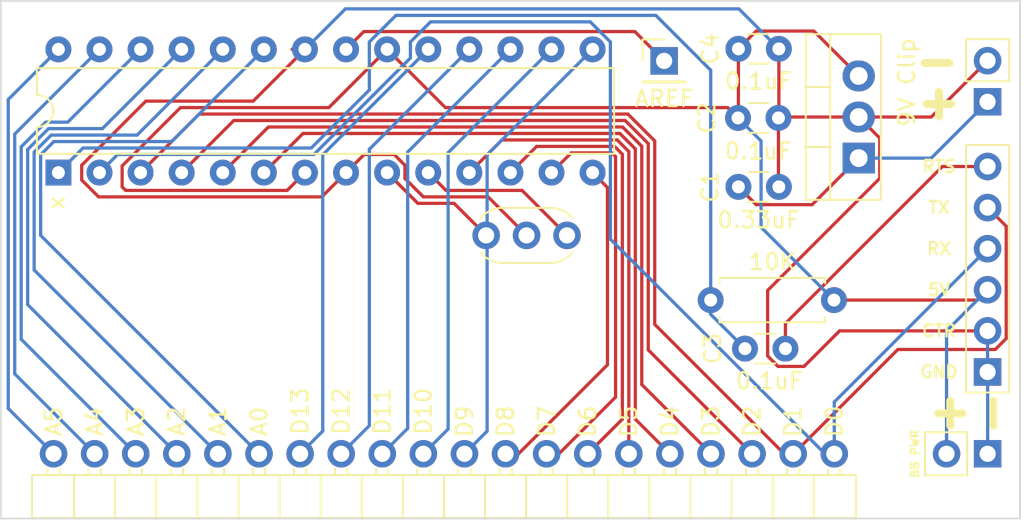
<source format=kicad_pcb>
(kicad_pcb (version 20240108) (generator "pcbnew") (generator_version "8.0")
  (layers (0 "F.Cu" signal) (31 "B.Cu" signal) (34 "B.Paste" user) (35 "F.Paste" user) (36 "B.SilkS" user "B.Silkscreen") (37 "F.SilkS" user "F.Silkscreen") (38 "B.Mask" user) (39 "F.Mask" user) (44 "Edge.Cuts" user))
  (net 0 "")
  (net 1 "+9V")
  (net 2 "GND")
  (net 3 "+5V")
  (net 4 "/DTR")
  (net 5 "Net-(U2-~{RESET}{slash}PC6)")
  (net 6 "/D1")
  (net 7 "/D0")
  (net 8 "Net-(J3-Pin_1)")
  (net 9 "/D13")
  (net 10 "/A1")
  (net 11 "/D2")
  (net 12 "/A5")
  (net 13 "/A2")
  (net 14 "/D3")
  (net 15 "/D11")
  (net 16 "/D8")
  (net 17 "/D10")
  (net 18 "/D7")
  (net 19 "/D6")
  (net 20 "/A4")
  (net 21 "/D5")
  (net 22 "/A3")
  (net 23 "/D9")
  (net 24 "/D12")
  (net 25 "/D4")
  (net 26 "/A0")
  (net 27 "Net-(U2-XTAL1{slash}PB6)")
  (net 28 "Net-(U2-XTAL2{slash}PB7)")
  (footprint "05833:FTDI_1x06_P2.54mm_Vertical" (layer "F.Cu") (at 104.995541 72.442744 180)
    (property "Reference" "J2" (hide yes))
    (property "Value" "FTDI")
    (fp_line (start 1.33 -1.27) (end 1.33 14.03) (stroke (width 0.12)) (layer "F.SilkS"))
    (fp_line (start -1.33 14.03) (end 1.33 14.03) (stroke (width 0.12)) (layer "F.SilkS"))
    (fp_line (start -1.33 -1.27) (end 1.33 -1.27) (stroke (width 0.12)) (layer "F.SilkS"))
    (fp_line (start -1.33 -1.27) (end -1.33 14.03) (stroke (width 0.12)) (layer "F.SilkS"))
    (fp_text user "GND" (at 3 0 180) (layer "F.SilkS") (effects (font (size 0.75 0.75))))
    (fp_text user "CTR" (at 3 2.54 180) (layer "F.SilkS") (effects (font (size 0.75 0.75))))
    (fp_text user "TX" (at 3 10.16 180) (layer "F.SilkS") (effects (font (size 0.75 0.75))))
    (fp_text user "RX" (at 3 7.62 180) (layer "F.SilkS") (effects (font (size 0.75 0.75))))
    (fp_text user "RTS" (at 3 12.7 180) (layer "F.SilkS") (effects (font (size 0.75 0.75))))
    (fp_text user "5V" (at 3 5.08 180) (layer "F.SilkS") (effects (font (size 0.75 0.75))))
    (pad "1" thru_hole rect (at 0 0 180) (size 1.7 1.7) (drill 1) (layers "*.Cu" "*.Mask") (net 2 "GND"))
    (pad "2" thru_hole oval (at 0 2.54 180) (size 1.7 1.7) (drill 1) (layers "*.Cu" "*.Mask") (net 2 "GND"))
    (pad "3" thru_hole oval (at 0 5.08 180) (size 1.7 1.7) (drill 1) (layers "*.Cu" "*.Mask") (net 3 "+5V"))
    (pad "4" thru_hole oval (at 0 7.62 180) (size 1.7 1.7) (drill 1) (layers "*.Cu" "*.Mask") (net 7 "/D0"))
    (pad "5" thru_hole oval (at 0 10.16 180) (size 1.7 1.7) (drill 1) (layers "*.Cu" "*.Mask") (net 6 "/D1"))
    (pad "6" thru_hole oval (at 0 12.7 180) (size 1.7 1.7) (drill 1) (layers "*.Cu" "*.Mask") (net 4 "/DTR"))
  )
  (footprint "05833:BB_PowerRails" (layer "F.Cu") (at 105 77.5 -90)
    (property "Reference" "J1" (hide yes))
    (property "Value" "BB" (hide yes))
    (fp_line (start -1.33 3.87) (end 1.33 3.87) (stroke (width 0.12)) (layer "F.SilkS"))
    (fp_line (start -1.33 1.27) (end -1.33 3.87) (stroke (width 0.12)) (layer "F.SilkS"))
    (fp_line (start -1.33 1.27) (end 1.33 1.27) (stroke (width 0.12)) (layer "F.SilkS"))
    (fp_line (start 1.33 1.27) (end 1.33 3.87) (stroke (width 0.12)) (layer "F.SilkS"))
    (fp_text user "+" (at -2.5 2.444 90) (layer "F.SilkS") (effects (font (size 2 2) (thickness 0.5))))
    (fp_text user "-" (at -2.5 -0.223 90) (layer "F.SilkS") (effects (font (size 2 2) (thickness 0.5))))
    (fp_text user "BB PWR" (at 0 4.5 90) (layer "F.SilkS") (effects (font (size 0.5 0.5) (thickness 0.125))))
    (pad "1" thru_hole rect (at 0 0 270) (size 1.7 1.7) (drill 1) (layers "*.Cu" "*.Mask") (net 2 "GND"))
    (pad "2" thru_hole oval (at 0 2.54 270) (size 1.7 1.7) (drill 1) (layers "*.Cu" "*.Mask") (net 3 "+5V"))
  )
  (footprint "05833:C_Disc_D3.0mm_W1.6mm_P2.50mm" (layer "F.Cu") (at 89.569324 56.739437)
    (property "Reference" "C2" (at -1.92 0 90) (layer "F.SilkS"))
    (property "Value" "0.1uF" (at 1.25 2.05 0) (layer "F.SilkS"))
    (fp_line (start 0.621 -0.92) (end 1.879 -0.92) (stroke (width 0.12)) (layer "F.SilkS"))
    (fp_line (start 0.621 0.92) (end 1.879 0.92) (stroke (width 0.12)) (layer "F.SilkS"))
    (pad "1" thru_hole circle (at 0 0) (size 1.6 1.6) (drill 0.8) (layers "*.Cu" "*.Mask") (net 3 "+5V"))
    (pad "2" thru_hole circle (at 2.5 0) (size 1.6 1.6) (drill 0.8) (layers "*.Cu" "*.Mask") (net 2 "GND"))
  )
  (footprint "05833:C_Disc_D3.0mm_W1.6mm_P2.50mm" (layer "F.Cu") (at 92.09405 52.469665 180)
    (property "Reference" "C4" (at 4.25 0 -90) (layer "F.SilkS"))
    (property "Value" "0.1uF" (at 1.25 -2 180) (layer "F.SilkS"))
    (fp_line (start 0.621 0.92) (end 1.879 0.92) (stroke (width 0.12)) (layer "F.SilkS"))
    (fp_line (start 0.621 -0.92) (end 1.879 -0.92) (stroke (width 0.12)) (layer "F.SilkS"))
    (pad "1" thru_hole circle (at 0 0 180) (size 1.6 1.6) (drill 0.8) (layers "*.Cu" "*.Mask") (net 2 "GND"))
    (pad "2" thru_hole circle (at 2.5 0 180) (size 1.6 1.6) (drill 0.8) (layers "*.Cu" "*.Mask") (net 3 "+5V"))
  )
  (footprint "05833:ArduinoGPIO_1x20_P2.54mm_Horizontal" (layer "F.Cu") (at 95.52 77.5 -90)
    (property "Reference" "J4" (hide yes))
    (property "Value" "GPIO")
    (fp_line (start 1.313 49.59) (end 3.973 49.59) (stroke (width 0.12)) (layer "F.SilkS"))
    (fp_line (start 3.973 49.59) (end 3.973 -1.33) (stroke (width 0.12)) (layer "F.SilkS"))
    (fp_line (start 0.915929 48.64) (end 1.313 48.64) (stroke (width 0.12)) (layer "F.SilkS"))
    (fp_line (start 0.915929 47.88) (end 1.313 47.88) (stroke (width 0.12)) (layer "F.SilkS"))
    (fp_line (start 1.313 46.99) (end 3.973 46.99) (stroke (width 0.12)) (layer "F.SilkS"))
    (fp_line (start 0.915929 46.1) (end 1.313 46.1) (stroke (width 0.12)) (layer "F.SilkS"))
    (fp_line (start 0.915929 45.34) (end 1.313 45.34) (stroke (width 0.12)) (layer "F.SilkS"))
    (fp_line (start 1.313 44.45) (end 3.973 44.45) (stroke (width 0.12)) (layer "F.SilkS"))
    (fp_line (start 0.915929 43.56) (end 1.313 43.56) (stroke (width 0.12)) (layer "F.SilkS"))
    (fp_line (start 0.915929 42.8) (end 1.313 42.8) (stroke (width 0.12)) (layer "F.SilkS"))
    (fp_line (start 1.313 41.91) (end 3.973 41.91) (stroke (width 0.12)) (layer "F.SilkS"))
    (fp_line (start 0.915929 41.02) (end 1.313 41.02) (stroke (width 0.12)) (layer "F.SilkS"))
    (fp_line (start 0.915929 40.26) (end 1.313 40.26) (stroke (width 0.12)) (layer "F.SilkS"))
    (fp_line (start 1.313 39.37) (end 3.973 39.37) (stroke (width 0.12)) (layer "F.SilkS"))
    (fp_line (start 0.915929 38.48) (end 1.313 38.48) (stroke (width 0.12)) (layer "F.SilkS"))
    (fp_line (start 0.915929 37.72) (end 1.313 37.72) (stroke (width 0.12)) (layer "F.SilkS"))
    (fp_line (start 1.313 36.83) (end 3.973 36.83) (stroke (width 0.12)) (layer "F.SilkS"))
    (fp_line (start 0.915929 35.94) (end 1.313 35.94) (stroke (width 0.12)) (layer "F.SilkS"))
    (fp_line (start 0.915929 35.18) (end 1.313 35.18) (stroke (width 0.12)) (layer "F.SilkS"))
    (fp_line (start 1.313 34.29) (end 3.973 34.29) (stroke (width 0.12)) (layer "F.SilkS"))
    (fp_line (start 0.915929 33.4) (end 1.313 33.4) (stroke (width 0.12)) (layer "F.SilkS"))
    (fp_line (start 0.915929 32.64) (end 1.313 32.64) (stroke (width 0.12)) (layer "F.SilkS"))
    (fp_line (start 1.313 31.75) (end 3.973 31.75) (stroke (width 0.12)) (layer "F.SilkS"))
    (fp_line (start 0.915929 30.86) (end 1.313 30.86) (stroke (width 0.12)) (layer "F.SilkS"))
    (fp_line (start 0.915929 30.1) (end 1.313 30.1) (stroke (width 0.12)) (layer "F.SilkS"))
    (fp_line (start 1.313 29.21) (end 3.973 29.21) (stroke (width 0.12)) (layer "F.SilkS"))
    (fp_line (start 0.915929 28.32) (end 1.313 28.32) (stroke (width 0.12)) (layer "F.SilkS"))
    (fp_line (start 0.915929 27.56) (end 1.313 27.56) (stroke (width 0.12)) (layer "F.SilkS"))
    (fp_line (start 1.313 26.67) (end 3.973 26.67) (stroke (width 0.12)) (layer "F.SilkS"))
    (fp_line (start 0.915929 25.78) (end 1.313 25.78) (stroke (width 0.12)) (layer "F.SilkS"))
    (fp_line (start 0.915929 25.02) (end 1.313 25.02) (stroke (width 0.12)) (layer "F.SilkS"))
    (fp_line (start 1.313 24.13) (end 3.973 24.13) (stroke (width 0.12)) (layer "F.SilkS"))
    (fp_line (start 0.915929 23.24) (end 1.313 23.24) (stroke (width 0.12)) (layer "F.SilkS"))
    (fp_line (start 0.915929 22.48) (end 1.313 22.48) (stroke (width 0.12)) (layer "F.SilkS"))
    (fp_line (start 1.313 21.59) (end 3.973 21.59) (stroke (width 0.12)) (layer "F.SilkS"))
    (fp_line (start 0.915929 20.7) (end 1.313 20.7) (stroke (width 0.12)) (layer "F.SilkS"))
    (fp_line (start 0.915929 19.94) (end 1.313 19.94) (stroke (width 0.12)) (layer "F.SilkS"))
    (fp_line (start 1.313 19.05) (end 3.973 19.05) (stroke (width 0.12)) (layer "F.SilkS"))
    (fp_line (start 0.915929 18.16) (end 1.313 18.16) (stroke (width 0.12)) (layer "F.SilkS"))
    (fp_line (start 0.915929 17.4) (end 1.313 17.4) (stroke (width 0.12)) (layer "F.SilkS"))
    (fp_line (start 1.313 16.51) (end 3.973 16.51) (stroke (width 0.12)) (layer "F.SilkS"))
    (fp_line (start 0.915929 15.62) (end 1.313 15.62) (stroke (width 0.12)) (layer "F.SilkS"))
    (fp_line (start 0.915929 14.86) (end 1.313 14.86) (stroke (width 0.12)) (layer "F.SilkS"))
    (fp_line (start 1.313 13.97) (end 3.973 13.97) (stroke (width 0.12)) (layer "F.SilkS"))
    (fp_line (start 0.915929 13.08) (end 1.313 13.08) (stroke (width 0.12)) (layer "F.SilkS"))
    (fp_line (start 0.915929 12.32) (end 1.313 12.32) (stroke (width 0.12)) (layer "F.SilkS"))
    (fp_line (start 1.313 11.43) (end 3.973 11.43) (stroke (width 0.12)) (layer "F.SilkS"))
    (fp_line (start 0.915929 10.54) (end 1.313 10.54) (stroke (width 0.12)) (layer "F.SilkS"))
    (fp_line (start 0.915929 9.78) (end 1.313 9.78) (stroke (width 0.12)) (layer "F.SilkS"))
    (fp_line (start 1.313 8.89) (end 3.973 8.89) (stroke (width 0.12)) (layer "F.SilkS"))
    (fp_line (start 0.915929 8) (end 1.313 8) (stroke (width 0.12)) (layer "F.SilkS"))
    (fp_line (start 0.915929 7.24) (end 1.313 7.24) (stroke (width 0.12)) (layer "F.SilkS"))
    (fp_line (start 1.313 6.35) (end 3.973 6.35) (stroke (width 0.12)) (layer "F.SilkS"))
    (fp_line (start 0.915929 5.46) (end 1.313 5.46) (stroke (width 0.12)) (layer "F.SilkS"))
    (fp_line (start 0.915929 4.7) (end 1.313 4.7) (stroke (width 0.12)) (layer "F.SilkS"))
    (fp_line (start 1.313 3.81) (end 3.973 3.81) (stroke (width 0.12)) (layer "F.SilkS"))
    (fp_line (start 0.915929 2.92) (end 1.313 2.92) (stroke (width 0.12)) (layer "F.SilkS"))
    (fp_line (start 0.915929 2.16) (end 1.313 2.16) (stroke (width 0.12)) (layer "F.SilkS"))
    (fp_line (start 1.313 1.27) (end 3.973 1.27) (stroke (width 0.12)) (layer "F.SilkS"))
    (fp_line (start 0.983 0.38) (end 1.313 0.38) (stroke (width 0.12)) (layer "F.SilkS"))
    (fp_line (start 0.983 -0.38) (end 1.313 -0.38) (stroke (width 0.12)) (layer "F.SilkS"))
    (fp_line (start 1.313 -1.33) (end 1.313 49.59) (stroke (width 0.12)) (layer "F.SilkS"))
    (fp_line (start 3.973 -1.33) (end 1.313 -1.33) (stroke (width 0.12)) (layer "F.SilkS"))
    (fp_text user "D8" (at -2 20.32 90) (layer "F.SilkS"))
    (fp_text user "A4" (at -2 45.72 90) (layer "F.SilkS"))
    (fp_text user "A2" (at -2 40.64 90) (layer "F.SilkS"))
    (fp_text user "D0" (at -2 0 90) (layer "F.SilkS"))
    (fp_text user "D5" (at -2 12.7 90) (layer "F.SilkS"))
    (fp_text user "D4" (at -2 10.16 90) (layer "F.SilkS"))
    (fp_text user "A1" (at -2 38.1 90) (layer "F.SilkS"))
    (fp_text user "A0" (at -2 35.56 90) (layer "F.SilkS"))
    (fp_text user "D3" (at -2 7.62 90) (layer "F.SilkS"))
    (fp_text user "D9" (at -2 22.86 90) (layer "F.SilkS"))
    (fp_text user "D10" (at -2.635 25.4 90) (layer "F.SilkS"))
    (fp_text user "D12" (at -2.635 30.48 90) (layer "F.SilkS"))
    (fp_text user "A5" (at -2 48.26 -90) (layer "F.SilkS"))
    (fp_text user "D11" (at -2.635 27.94 90) (layer "F.SilkS"))
    (fp_text user "D2" (at -2 5.08 90) (layer "F.SilkS"))
    (fp_text user "D13" (at -2.635 33.02 90) (layer "F.SilkS"))
    (fp_text user "D7" (at -2 17.78 90) (layer "F.SilkS"))
    (fp_text user "D6" (at -2 15.24 90) (layer "F.SilkS"))
    (fp_text user "D1" (at -2 2.54 90) (layer "F.SilkS"))
    (fp_text user "A3" (at -2 43.18 90) (layer "F.SilkS"))
    (pad "1" thru_hole circle (at 0 0 270) (size 1.7 1.7) (drill 1) (layers "*.Cu" "*.Mask") (net 7 "/D0"))
    (pad "2" thru_hole oval (at 0 2.54 270) (size 1.7 1.7) (drill 1) (layers "*.Cu" "*.Mask") (net 6 "/D1"))
    (pad "3" thru_hole oval (at 0 5.08 270) (size 1.7 1.7) (drill 1) (layers "*.Cu" "*.Mask") (net 11 "/D2"))
    (pad "4" thru_hole oval (at 0 7.62 270) (size 1.7 1.7) (drill 1) (layers "*.Cu" "*.Mask") (net 14 "/D3"))
    (pad "5" thru_hole oval (at 0 10.16 270) (size 1.7 1.7) (drill 1) (layers "*.Cu" "*.Mask") (net 25 "/D4"))
    (pad "6" thru_hole oval (at 0 12.7 270) (size 1.7 1.7) (drill 1) (layers "*.Cu" "*.Mask") (net 21 "/D5"))
    (pad "7" thru_hole oval (at 0 15.24 270) (size 1.7 1.7) (drill 1) (layers "*.Cu" "*.Mask") (net 19 "/D6"))
    (pad "8" thru_hole oval (at 0 17.78 270) (size 1.7 1.7) (drill 1) (layers "*.Cu" "*.Mask") (net 18 "/D7"))
    (pad "9" thru_hole oval (at 0 20.32 270) (size 1.7 1.7) (drill 1) (layers "*.Cu" "*.Mask") (net 16 "/D8"))
    (pad "10" thru_hole oval (at 0 22.86 270) (size 1.7 1.7) (drill 1) (layers "*.Cu" "*.Mask") (net 23 "/D9"))
    (pad "11" thru_hole oval (at 0 25.4 270) (size 1.7 1.7) (drill 1) (layers "*.Cu" "*.Mask") (net 17 "/D10"))
    (pad "12" thru_hole oval (at 0 27.94 270) (size 1.7 1.7) (drill 1) (layers "*.Cu" "*.Mask") (net 15 "/D11"))
    (pad "13" thru_hole oval (at 0 30.48 270) (size 1.7 1.7) (drill 1) (layers "*.Cu" "*.Mask") (net 24 "/D12"))
    (pad "14" thru_hole oval (at 0 33.02 270) (size 1.7 1.7) (drill 1) (layers "*.Cu" "*.Mask") (net 9 "/D13"))
    (pad "15" thru_hole oval (at 0 35.56 270) (size 1.7 1.7) (drill 1) (layers "*.Cu" "*.Mask") (net 26 "/A0"))
    (pad "16" thru_hole oval (at 0 38.1 270) (size 1.7 1.7) (drill 1) (layers "*.Cu" "*.Mask") (net 10 "/A1"))
    (pad "17" thru_hole oval (at 0 40.64 270) (size 1.7 1.7) (drill 1) (layers "*.Cu" "*.Mask") (net 13 "/A2"))
    (pad "18" thru_hole oval (at 0 43.18 270) (size 1.7 1.7) (drill 1) (layers "*.Cu" "*.Mask") (net 22 "/A3"))
    (pad "19" thru_hole oval (at 0 45.72 270) (size 1.7 1.7) (drill 1) (layers "*.Cu" "*.Mask") (net 20 "/A4"))
    (pad "20" thru_hole oval (at 0 48.26 270) (size 1.7 1.7) (drill 1) (layers "*.Cu" "*.Mask") (net 12 "/A5"))
  )
  (footprint "05833:C_Disc_D3.0mm_W1.6mm_P2.50mm" (layer "F.Cu") (at 90 71)
    (property "Reference" "C3" (at -2 0 90) (layer "F.SilkS"))
    (property "Value" "0.1uF" (at 1.5 2 0) (layer "F.SilkS"))
    (fp_line (start 0.621 -0.92) (end 1.879 -0.92) (stroke (width 0.12)) (layer "F.SilkS"))
    (fp_line (start 0.621 0.92) (end 1.879 0.92) (stroke (width 0.12)) (layer "F.SilkS"))
    (pad "1" thru_hole circle (at 0 0) (size 1.6 1.6) (drill 0.8) (layers "*.Cu" "*.Mask") (net 5 "Net-(U2-~{RESET}{slash}PC6)"))
    (pad "2" thru_hole circle (at 2.5 0) (size 1.6 1.6) (drill 0.8) (layers "*.Cu" "*.Mask") (net 4 "/DTR"))
  )
  (footprint "05833:PinHeader_1x01_P2.54mm_Vertical" (layer "F.Cu") (at 85.002551 53.213478)
    (property "Reference" "J3" (hide yes))
    (property "Value" "AREF" (at 0 2.33 0) (layer "F.SilkS"))
    (fp_line (start -1.33 -1.33) (end 0 -1.33) (stroke (width 0.12)) (layer "F.SilkS"))
    (fp_line (start -1.33 0) (end -1.33 -1.33) (stroke (width 0.12)) (layer "F.SilkS"))
    (fp_line (start -1.33 1.27) (end -1.33 1.33) (stroke (width 0.12)) (layer "F.SilkS"))
    (fp_line (start -1.33 1.27) (end 1.33 1.27) (stroke (width 0.12)) (layer "F.SilkS"))
    (fp_line (start -1.33 1.33) (end 1.33 1.33) (stroke (width 0.12)) (layer "F.SilkS"))
    (fp_line (start 1.33 1.27) (end 1.33 1.33) (stroke (width 0.12)) (layer "F.SilkS"))
    (pad "1" thru_hole rect (at 0 0) (size 1.7 1.7) (drill 1) (layers "*.Cu" "*.Mask") (net 8 "Net-(J3-Pin_1)"))
  )
  (footprint "05833:DIP-28_W7.62mm" (layer "F.Cu") (at 47.56 60.12 90)
    (property "Reference" "U2" (hide yes))
    (property "Value" "ATmega328-P" (hide yes))
    (fp_line (start 6.46 -1.33) (end 4.81 -1.33) (stroke (width 0.12)) (layer "F.SilkS"))
    (fp_line (start 2.81 -1.33) (end 1.16 -1.33) (stroke (width 0.12)) (layer "F.SilkS"))
    (fp_line (start 1.16 -1.33) (end 1.16 34.35) (stroke (width 0.12)) (layer "F.SilkS"))
    (fp_line (start 6.46 34.35) (end 6.46 -1.33) (stroke (width 0.12)) (layer "F.SilkS"))
    (fp_line (start 1.16 34.35) (end 6.46 34.35) (stroke (width 0.12)) (layer "F.SilkS"))
    (fp_arc (start 4.81 -1.33) (mid 3.81 -0.33) (end 2.81 -1.33) (stroke (width 0.12)) (layer "F.SilkS"))
    (pad "1" thru_hole rect (at 0 0 90) (size 1.6 1.6) (drill 0.8) (layers "*.Cu" "*.Mask") (net 5 "Net-(U2-~{RESET}{slash}PC6)"))
    (pad "2" thru_hole oval (at 0 2.54 90) (size 1.6 1.6) (drill 0.8) (layers "*.Cu" "*.Mask") (net 7 "/D0"))
    (pad "3" thru_hole oval (at 0 5.08 90) (size 1.6 1.6) (drill 0.8) (layers "*.Cu" "*.Mask") (net 6 "/D1"))
    (pad "4" thru_hole oval (at 0 7.62 90) (size 1.6 1.6) (drill 0.8) (layers "*.Cu" "*.Mask") (net 11 "/D2"))
    (pad "5" thru_hole oval (at 0 10.16 90) (size 1.6 1.6) (drill 0.8) (layers "*.Cu" "*.Mask") (net 14 "/D3"))
    (pad "6" thru_hole oval (at 0 12.7 90) (size 1.6 1.6) (drill 0.8) (layers "*.Cu" "*.Mask") (net 25 "/D4"))
    (pad "7" thru_hole oval (at 0 15.24 90) (size 1.6 1.6) (drill 0.8) (layers "*.Cu" "*.Mask") (net 3 "+5V"))
    (pad "8" thru_hole oval (at 0 17.78 90) (size 1.6 1.6) (drill 0.8) (layers "*.Cu" "*.Mask") (net 2 "GND"))
    (pad "9" thru_hole oval (at 0 20.32 90) (size 1.6 1.6) (drill 0.8) (layers "*.Cu" "*.Mask") (net 27 "Net-(U2-XTAL1{slash}PB6)"))
    (pad "10" thru_hole oval (at 0 22.86 90) (size 1.6 1.6) (drill 0.8) (layers "*.Cu" "*.Mask") (net 28 "Net-(U2-XTAL2{slash}PB7)"))
    (pad "11" thru_hole oval (at 0 25.4 90) (size 1.6 1.6) (drill 0.8) (layers "*.Cu" "*.Mask") (net 21 "/D5"))
    (pad "12" thru_hole oval (at 0 27.94 90) (size 1.6 1.6) (drill 0.8) (layers "*.Cu" "*.Mask") (net 19 "/D6"))
    (pad "13" thru_hole oval (at 0 30.48 90) (size 1.6 1.6) (drill 0.8) (layers "*.Cu" "*.Mask") (net 18 "/D7"))
    (pad "14" thru_hole oval (at 0 33.02 90) (size 1.6 1.6) (drill 0.8) (layers "*.Cu" "*.Mask") (net 16 "/D8"))
    (pad "15" thru_hole oval (at 7.62 33.02 90) (size 1.6 1.6) (drill 0.8) (layers "*.Cu" "*.Mask") (net 23 "/D9"))
    (pad "16" thru_hole oval (at 7.62 30.48 90) (size 1.6 1.6) (drill 0.8) (layers "*.Cu" "*.Mask") (net 17 "/D10"))
    (pad "17" thru_hole oval (at 7.62 27.94 90) (size 1.6 1.6) (drill 0.8) (layers "*.Cu" "*.Mask") (net 15 "/D11"))
    (pad "18" thru_hole oval (at 7.62 25.4 90) (size 1.6 1.6) (drill 0.8) (layers "*.Cu" "*.Mask") (net 24 "/D12"))
    (pad "19" thru_hole oval (at 7.62 22.86 90) (size 1.6 1.6) (drill 0.8) (layers "*.Cu" "*.Mask") (net 9 "/D13"))
    (pad "20" thru_hole oval (at 7.62 20.32 90) (size 1.6 1.6) (drill 0.8) (layers "*.Cu" "*.Mask") (net 3 "+5V"))
    (pad "21" thru_hole oval (at 7.62 17.78 90) (size 1.6 1.6) (drill 0.8) (layers "*.Cu" "*.Mask") (net 8 "Net-(J3-Pin_1)"))
    (pad "22" thru_hole oval (at 7.62 15.24 90) (size 1.6 1.6) (drill 0.8) (layers "*.Cu" "*.Mask") (net 2 "GND"))
    (pad "23" thru_hole oval (at 7.62 12.7 90) (size 1.6 1.6) (drill 0.8) (layers "*.Cu" "*.Mask") (net 26 "/A0"))
    (pad "24" thru_hole oval (at 7.62 10.16 90) (size 1.6 1.6) (drill 0.8) (layers "*.Cu" "*.Mask") (net 10 "/A1"))
    (pad "25" thru_hole oval (at 7.62 7.62 90) (size 1.6 1.6) (drill 0.8) (layers "*.Cu" "*.Mask") (net 13 "/A2"))
    (pad "26" thru_hole oval (at 7.62 5.08 90) (size 1.6 1.6) (drill 0.8) (layers "*.Cu" "*.Mask") (net 22 "/A3"))
    (pad "27" thru_hole oval (at 7.62 2.54 90) (size 1.6 1.6) (drill 0.8) (layers "*.Cu" "*.Mask") (net 20 "/A4"))
    (pad "28" thru_hole oval (at 7.62 0 90) (size 1.6 1.6) (drill 0.8) (layers "*.Cu" "*.Mask") (net 12 "/A5"))
  )
  (footprint "05833:TO-220-3_Vertical" (layer "F.Cu") (at 97.029121 59.223051 90)
    (property "Reference" "U1" (hide yes))
    (property "Value" "LM7805" (hide yes))
    (fp_line (start 7.66 -3.27) (end 7.66 1.371) (stroke (width 0.12)) (layer "F.SilkS"))
    (fp_line (start 4.391 -3.27) (end 4.391 -1.76) (stroke (width 0.12)) (layer "F.SilkS"))
    (fp_line (start 0.69 -3.27) (end 0.69 -1.76) (stroke (width 0.12)) (layer "F.SilkS"))
    (fp_line (start -2.58 -3.27) (end 7.66 -3.27) (stroke (width 0.12)) (layer "F.SilkS"))
    (fp_line (start -2.58 -3.27) (end -2.58 1.371) (stroke (width 0.12)) (layer "F.SilkS"))
    (fp_line (start -2.58 -1.76) (end 7.66 -1.76) (stroke (width 0.12)) (layer "F.SilkS"))
    (fp_line (start -2.58 1.371) (end 7.66 1.371) (stroke (width 0.12)) (layer "F.SilkS"))
    (pad "1" thru_hole rect (at 0 0 90) (size 1.905 2) (drill 1.1) (layers "*.Cu" "*.Mask") (net 1 "+9V"))
    (pad "2" thru_hole oval (at 2.54 0 90) (size 1.905 2) (drill 1.1) (layers "*.Cu" "*.Mask") (net 2 "GND"))
    (pad "3" thru_hole oval (at 5.08 0 90) (size 1.905 2) (drill 1.1) (layers "*.Cu" "*.Mask") (net 3 "+5V"))
  )
  (footprint "05833:R_Axial_QuarterWatt_Horizontal" (layer "F.Cu") (at 95.5 68 180)
    (property "Reference" "R1" (hide yes))
    (property "Value" "10K" (at 3.81 2.37 180) (layer "F.SilkS"))
    (fp_line (start 7.08 1.37) (end 7.08 1.04) (stroke (width 0.12)) (layer "F.SilkS"))
    (fp_line (start 7.08 -1.37) (end 7.08 -1.04) (stroke (width 0.12)) (layer "F.SilkS"))
    (fp_line (start 0.54 1.37) (end 7.08 1.37) (stroke (width 0.12)) (layer "F.SilkS"))
    (fp_line (start 0.54 1.04) (end 0.54 1.37) (stroke (width 0.12)) (layer "F.SilkS"))
    (fp_line (start 0.54 -1.04) (end 0.54 -1.37) (stroke (width 0.12)) (layer "F.SilkS"))
    (fp_line (start 0.54 -1.37) (end 7.08 -1.37) (stroke (width 0.12)) (layer "F.SilkS"))
    (pad "1" thru_hole circle (at 0 0 180) (size 1.6 1.6) (drill 0.8) (layers "*.Cu" "*.Mask") (net 3 "+5V"))
    (pad "2" thru_hole oval (at 7.62 0 180) (size 1.6 1.6) (drill 0.8) (layers "*.Cu" "*.Mask") (net 5 "Net-(U2-~{RESET}{slash}PC6)"))
  )
  (footprint "05833:Battery_SnapConnector" (layer "F.Cu") (at 104.995541 55.742744 180)
    (property "Reference" "BT1" (hide yes))
    (property "Value" "9V Clip" (at 5 1.2 270) (layer "F.SilkS"))
    (fp_line (start 1.33 1.27) (end 1.33 3.87) (stroke (width 0.12)) (layer "F.SilkS"))
    (fp_line (start -1.33 3.87) (end 1.33 3.87) (stroke (width 0.12)) (layer "F.SilkS"))
    (fp_line (start -1.33 1.27) (end 1.33 1.27) (stroke (width 0.12)) (layer "F.SilkS"))
    (fp_line (start -1.33 1.27) (end -1.33 3.87) (stroke (width 0.12)) (layer "F.SilkS"))
    (fp_text user "+" (at 3 0 180) (layer "F.SilkS") (effects (font (size 2 2) (thickness 0.5))))
    (fp_text user "-" (at 3.127 2.54 180) (layer "F.SilkS") (effects (font (size 2 2) (thickness 0.5))))
    (pad "1" thru_hole rect (at 0 0 180) (size 1.7 1.7) (drill 1) (layers "*.Cu" "*.Mask") (net 1 "+9V"))
    (pad "2" thru_hole oval (at 0 2.54 180) (size 1.7 1.7) (drill 1) (layers "*.Cu" "*.Mask") (net 2 "GND"))
  )
  (footprint "05833:Resonator-3Pin_W6.0mm_H3.0mm" (layer "F.Cu") (at 79 64 180)
    (property "Reference" "Y1" (hide yes))
    (property "Value" "16MHz Resonator")
    (fp_line (start 1 1.7) (end 4 1.7) (stroke (width 0.12)) (layer "F.SilkS"))
    (fp_line (start 1 -1.7) (end 4 -1.7) (stroke (width 0.12)) (layer "F.SilkS"))
    (fp_arc (start 5.33779 1.048961) (mid 4.743898 1.5286) (end 4 1.7) (stroke (width 0.12)) (layer "F.SilkS"))
    (fp_arc (start 4 -1.7) (mid 4.743897 -1.5286) (end 5.33779 -1.048961) (stroke (width 0.12)) (layer "F.SilkS"))
    (fp_arc (start 1 1.7) (mid 0.256103 1.5286) (end -0.33779 1.048961) (stroke (width 0.12)) (layer "F.SilkS"))
    (fp_arc (start -0.33779 -1.048961) (mid 0.256102 -1.5286) (end 1 -1.7) (stroke (width 0.12)) (layer "F.SilkS"))
    (pad "1" thru_hole circle (at 0 0 180) (size 1.7 1.7) (drill 1) (layers "*.Cu" "*.Mask") (net 28 "Net-(U2-XTAL2{slash}PB7)"))
    (pad "2" thru_hole circle (at 2.5 0 180) (size 1.7 1.7) (drill 1) (layers "*.Cu" "*.Mask") (net 2 "GND"))
    (pad "3" thru_hole circle (at 5 0 180) (size 1.7 1.7) (drill 1) (layers "*.Cu" "*.Mask") (net 27 "Net-(U2-XTAL1{slash}PB6)"))
  )
  (footprint "05833:C_Disc_D3.0mm_W1.6mm_P2.50mm" (layer "F.Cu") (at 89.59405 61)
    (property "Reference" "C1" (at -1.75 0 90) (layer "F.SilkS"))
    (property "Value" "0.33uF" (at 1.25 2.05 0) (layer "F.SilkS"))
    (fp_line (start 0.621 -0.92) (end 1.879 -0.92) (stroke (width 0.12)) (layer "F.SilkS"))
    (fp_line (start 0.621 0.92) (end 1.879 0.92) (stroke (width 0.12)) (layer "F.SilkS"))
    (pad "1" thru_hole circle (at 0 0) (size 1.6 1.6) (drill 0.8) (layers "*.Cu" "*.Mask") (net 1 "+9V"))
    (pad "2" thru_hole circle (at 2.5 0) (size 1.6 1.6) (drill 0.8) (layers "*.Cu" "*.Mask") (net 2 "GND"))
  )
  (gr_rect (start 44 49.5) (end 107 81.5) (stroke (width 0.1)) (fill none) (layer "Edge.Cuts"))
  (gr_text "x" (at 48 62.5 90) (layer "F.SilkS") (effects (font (size 1 1)) (justify left bottom)))
  (segment (start 97.029121 59.223051) (end 94.152172 62.1) (width 0.2) (layer "F.Cu") (net 1))
  (segment (start 94.152172 62.1) (end 90.69405 62.1) (width 0.2) (layer "F.Cu") (net 1))
  (segment (start 90.69405 62.1) (end 89.59405 61) (width 0.2) (layer "F.Cu") (net 1))
  (segment (start 97.029121 59.223051) (end 101.515234 59.223051) (width 0.2) (layer "B.Cu") (net 1))
  (segment (start 101.515234 59.223051) (end 104.995541 55.742744) (width 0.2) (layer "B.Cu") (net 1))
  (segment (start 76.5 64) (end 74.12 61.62) (width 0.2) (layer "F.Cu") (net 2))
  (segment (start 92.069324 56.739437) (end 92.069324 60.975274) (width 0.2) (layer "F.Cu") (net 2))
  (segment (start 98.329121 60.475551) (end 98.329121 57.983051) (width 0.2) (layer "F.Cu") (net 2))
  (segment (start 68.315635 59) (end 66.46 59) (width 0.2) (layer "F.Cu") (net 2))
  (segment (start 105 72.447203) (end 104.995541 72.442744) (width 0.2) (layer "F.Cu") (net 2))
  (segment (start 68.98 60.48) (end 68.98 59.664365) (width 0.2) (layer "F.Cu") (net 2))
  (segment (start 92.09405 56.544598) (end 92.09405 52.469665) (width 0.2) (layer "F.Cu") (net 2))
  (segment (start 92.069324 56.569324) (end 92.09405 56.544598) (width 0.2) (layer "F.Cu") (net 2))
  (segment (start 93.649853 72.1) (end 92.044365 72.1) (width 0.2) (layer "F.Cu") (net 2))
  (segment (start 92.069324 56.739437) (end 92.069324 56.569324) (width 0.2) (layer "F.Cu") (net 2))
  (segment (start 52.964365 55.7) (end 49 59.664365) (width 0.2) (layer "F.Cu") (net 2))
  (segment (start 91.4 67.404672) (end 98.329121 60.475551) (width 0.2) (layer "F.Cu") (net 2))
  (segment (start 96.61358 56.740307) (end 97.03358 56.320307) (width 0.2) (layer "F.Cu") (net 2))
  (segment (start 101.515234 56.683051) (end 104.995541 53.202744) (width 0.2) (layer "F.Cu") (net 2))
  (segment (start 49 60.575635) (end 50.044365 61.62) (width 0.2) (layer "F.Cu") (net 2))
  (segment (start 97.029121 56.683051) (end 101.515234 56.683051) (width 0.2) (layer "F.Cu") (net 2))
  (segment (start 92.09405 56.764163) (end 92.069324 56.739437) (width 0.2) (layer "F.Cu") (net 2))
  (segment (start 97.029121 56.683051) (end 92.12571 56.683051) (width 0.2) (layer "F.Cu") (net 2))
  (segment (start 95.847109 69.902744) (end 93.649853 72.1) (width 0.2) (layer "F.Cu") (net 2))
  (segment (start 105.095 72.135) (end 105 72.04) (width 0.2) (layer "F.Cu") (net 2))
  (segment (start 59.6 55.7) (end 52.964365 55.7) (width 0.2) (layer "F.Cu") (net 2))
  (segment (start 66.46 59) (end 65.34 60.12) (width 0.2) (layer "F.Cu") (net 2))
  (segment (start 62 52.5) (end 62.8 52.5) (width 0.2) (layer "F.Cu") (net 2))
  (segment (start 104.995541 69.902744) (end 95.847109 69.902744) (width 0.2) (layer "F.Cu") (net 2))
  (segment (start 92.044365 72.1) (end 91.4 71.455635) (width 0.2) (layer "F.Cu") (net 2))
  (segment (start 62.8 52.5) (end 59.6 55.7) (width 0.2) (layer "F.Cu") (net 2))
  (segment (start 91.4 71.455635) (end 91.4 67.404672) (width 0.2) (layer "F.Cu") (net 2))
  (segment (start 49 59.664365) (end 49 60.575635) (width 0.2) (layer "F.Cu") (net 2))
  (segment (start 63.84 61.62) (end 65.34 60.12) (width 0.2) (layer "F.Cu") (net 2))
  (segment (start 70.12 61.62) (end 68.98 60.48) (width 0.2) (layer "F.Cu") (net 2))
  (segment (start 105 77.105) (end 105 76.7) (width 0.2) (layer "F.Cu") (net 2))
  (segment (start 98.329121 57.983051) (end 97.029121 56.683051) (width 0.2) (layer "F.Cu") (net 2))
  (segment (start 50.044365 61.62) (end 63.84 61.62) (width 0.2) (layer "F.Cu") (net 2))
  (segment (start 74.12 61.62) (end 70.12 61.62) (width 0.2) (layer "F.Cu") (net 2))
  (segment (start 92.069324 60.975274) (end 92.09405 61) (width 0.2) (layer "F.Cu") (net 2))
  (segment (start 92.12571 56.683051) (end 92.069324 56.739437) (width 0.2) (layer "F.Cu") (net 2))
  (segment (start 68.98 59.664365) (end 68.315635 59) (width 0.2) (layer "F.Cu") (net 2))
  (segment (start 65.3 50) (end 62.8 52.5) (width 0.2) (layer "B.Cu") (net 2))
  (segment (start 89.624385 50) (end 65.3 50) (width 0.2) (layer "B.Cu") (net 2))
  (segment (start 104.995541 72.442744) (end 104.995541 72.995541) (width 0.2) (layer "B.Cu") (net 2))
  (segment (start 105 73) (end 105 77.5) (width 0.2) (layer "B.Cu") (net 2))
  (segment (start 104.995541 72.995541) (end 105 73) (width 0.2) (layer "B.Cu") (net 2))
  (segment (start 104.995541 69.902744) (end 104.995541 72.442744) (width 0.2) (layer "B.Cu") (net 2))
  (segment (start 92.09405 52.469665) (end 89.624385 50) (width 0.2) (layer "B.Cu") (net 2))
  (segment (start 51.72 61.22) (end 61.7 61.22) (width 0.2) (layer "F.Cu") (net 3))
  (segment (start 90.69405 51.369665) (end 94.255735 51.369665) (width 0.2) (layer "F.Cu") (net 3))
  (segment (start 89.59405 52.469665) (end 89.59405 56.714711) (width 0.2) (layer "F.Cu") (net 3))
  (segment (start 64.28 56.1) (end 55.104365 56.1) (width 0.2) (layer "F.Cu") (net 3))
  (segment (start 89.59405 52.469665) (end 90.69405 51.369665) (width 0.2) (layer "F.Cu") (net 3))
  (segment (start 94.255735 51.369665) (end 97.029121 54.143051) (width 0.2) (layer "F.Cu") (net 3))
  (segment (start 96.569121 54.643051) (end 97.029121 54.183051) (width 0.2) (layer "F.Cu") (net 3))
  (segment (start 71.48 56.1) (end 67.88 52.5) (width 0.2) (layer "F.Cu") (net 3))
  (segment (start 89.569324 56.739437) (end 88.929887 56.1) (width 0.2) (layer "F.Cu") (net 3))
  (segment (start 89.59405 56.714711) (end 89.569324 56.739437) (width 0.2) (layer "F.Cu") (net 3))
  (segment (start 88.929887 56.1) (end 71.48 56.1) (width 0.2) (layer "F.Cu") (net 3))
  (segment (start 67.88 52.5) (end 64.28 56.1) (width 0.2) (layer "F.Cu") (net 3))
  (segment (start 104.358285 68) (end 104.995541 67.362744) (width 0.2) (layer "F.Cu") (net 3))
  (segment (start 51.5 59.704365) (end 51.5 61) (width 0.2) (layer "F.Cu") (net 3))
  (segment (start 61.7 61.22) (end 62.8 60.12) (width 0.2) (layer "F.Cu") (net 3))
  (segment (start 95.5 68) (end 104.358285 68) (width 0.2) (layer "F.Cu") (net 3))
  (segment (start 55.104365 56.1) (end 51.5 59.704365) (width 0.2) (layer "F.Cu") (net 3))
  (segment (start 51.5 61) (end 51.72 61.22) (width 0.2) (layer "F.Cu") (net 3))
  (segment (start 90.99405 63.49405) (end 90.99405 58.164163) (width 0.2) (layer "B.Cu") (net 3))
  (segment (start 90.99405 58.164163) (end 89.569324 56.739437) (width 0.2) (layer "B.Cu") (net 3))
  (segment (start 102.46 77.5) (end 102.46 69.898285) (width 0.2) (layer "B.Cu") (net 3))
  (segment (start 95.5 68) (end 90.99405 63.49405) (width 0.2) (layer "B.Cu") (net 3))
  (segment (start 102.46 69.898285) (end 104.995541 67.362744) (width 0.2) (layer "B.Cu") (net 3))
  (segment (start 104.995541 59.742744) (end 104.995541 60.504459) (width 0.2) (layer "F.Cu") (net 4))
  (segment (start 104.995541 59.742744) (end 102.201621 59.742744) (width 0.2) (layer "F.Cu") (net 4))
  (segment (start 102.201621 59.742744) (end 92.5 69.444365) (width 0.2) (layer "F.Cu") (net 4))
  (segment (start 92.5 69.444365) (end 92.5 71) (width 0.2) (layer "F.Cu") (net 4))
  (segment (start 63.188628 58.6) (end 49.08 58.6) (width 0.2) (layer "B.Cu") (net 5))
  (segment (start 66.78 52.044365) (end 66.78 55.008628) (width 0.2) (layer "B.Cu") (net 5))
  (segment (start 87.88 53.790927) (end 84.489073 50.4) (width 0.2) (layer "B.Cu") (net 5))
  (segment (start 84.489073 50.4) (end 68.424365 50.4) (width 0.2) (layer "B.Cu") (net 5))
  (segment (start 68.424365 50.4) (end 66.78 52.044365) (width 0.2) (layer "B.Cu") (net 5))
  (segment (start 66.78 55.008628) (end 63.188628 58.6) (width 0.2) (layer "B.Cu") (net 5))
  (segment (start 90 71) (end 87.88 68.88) (width 0.2) (layer "B.Cu") (net 5))
  (segment (start 87.88 68) (end 87.88 53.790927) (width 0.2) (layer "B.Cu") (net 5))
  (segment (start 49.08 58.6) (end 47.56 60.12) (width 0.2) (layer "B.Cu") (net 5))
  (segment (start 87.88 68.88) (end 87.88 68) (width 0.2) (layer "B.Cu") (net 5))
  (segment (start 56.26 56.5) (end 52.64 60.12) (width 0.2) (layer "F.Cu") (net 6))
  (segment (start 106.145541 70.37909) (end 106.145541 63.432744) (width 0.2) (layer "F.Cu") (net 6))
  (segment (start 92.98 77.5) (end 92.42 77.5) (width 0.2) (layer "F.Cu") (net 6))
  (segment (start 84.42 69.5) (end 84.419999 58.157257) (width 0.2) (layer "F.Cu") (net 6))
  (segment (start 106.145541 63.432744) (end 104.995541 62.282744) (width 0.2) (layer "F.Cu") (net 6))
  (segment (start 82.762741 56.5) (end 56.26 56.5) (width 0.2) (layer "F.Cu") (net 6))
  (segment (start 84.419999 58.157257) (end 82.762741 56.5) (width 0.2) (layer "F.Cu") (net 6))
  (segment (start 99.447256 71.052744) (end 105.471887 71.052744) (width 0.2) (layer "F.Cu") (net 6))
  (segment (start 93 77.5) (end 99.447256 71.052744) (width 0.2) (layer "F.Cu") (net 6))
  (segment (start 105.471887 71.052744) (end 106.145541 70.37909) (width 0.2) (layer "F.Cu") (net 6))
  (segment (start 92.42 77.5) (end 84.42 69.5) (width 0.2) (layer "F.Cu") (net 6))
  (segment (start 92.98 77.5) (end 93 77.5) (width 0.2) (layer "F.Cu") (net 6))
  (segment (start 80.435635 50.8) (end 70.564365 50.8) (width 0.2) (layer "B.Cu") (net 7))
  (segment (start 95.52 74.298285) (end 104.995541 64.822744) (width 0.2) (layer "B.Cu") (net 7))
  (segment (start 95.52 77.5) (end 95.52 74.298285) (width 0.2) (layer "B.Cu") (net 7))
  (segment (start 94.944365 77.5) (end 81.68 64.235635) (width 0.2) (layer "B.Cu") (net 7))
  (segment (start 63.354314 59) (end 51.22 59) (width 0.2) (layer "B.Cu") (net 7))
  (segment (start 81.68 52.044365) (end 80.435635 50.8) (width 0.2) (layer "B.Cu") (net 7))
  (segment (start 69.32 52.044365) (end 69.32 53.034314) (width 0.2) (layer "B.Cu") (net 7))
  (segment (start 95.52 77.5) (end 94.944365 77.5) (width 0.2) (layer "B.Cu") (net 7))
  (segment (start 51.22 59) (end 50.1 60.12) (width 0.2) (layer "B.Cu") (net 7))
  (segment (start 69.32 53.034314) (end 63.354314 59) (width 0.2) (layer "B.Cu") (net 7))
  (segment (start 81.68 64.235635) (end 81.68 52.044365) (width 0.2) (layer "B.Cu") (net 7))
  (segment (start 70.564365 50.8) (end 69.32 52.044365) (width 0.2) (layer "B.Cu") (net 7))
  (segment (start 83.189073 51.4) (end 66.44 51.4) (width 0.2) (layer "F.Cu") (net 8))
  (segment (start 85.002551 53.213478) (end 83.189073 51.4) (width 0.2) (layer "F.Cu") (net 8))
  (segment (start 66.44 51.4) (end 65.34 52.5) (width 0.2) (layer "F.Cu") (net 8))
  (segment (start 65.46 52.38) (end 65.34 52.5) (width 0.2) (layer "B.Cu") (net 8))
  (segment (start 63.9 76.1) (end 63.9 59.02) (width 0.2) (layer "B.Cu") (net 9))
  (segment (start 63.9 59.02) (end 70.42 52.5) (width 0.2) (layer "B.Cu") (net 9))
  (segment (start 62.5 77.5) (end 63.9 76.1) (width 0.2) (layer "B.Cu") (net 9))
  (segment (start 47.114315 57.8) (end 52.42 57.8) (width 0.2) (layer "B.Cu") (net 10))
  (segment (start 46.06 66.14) (end 46.06 58.854314) (width 0.2) (layer "B.Cu") (net 10))
  (segment (start 46.06 58.854314) (end 47.114315 57.8) (width 0.2) (layer "B.Cu") (net 10))
  (segment (start 57.42 77.5) (end 46.06 66.14) (width 0.2) (layer "B.Cu") (net 10))
  (segment (start 52.42 57.8) (end 57.72 52.5) (width 0.2) (layer "B.Cu") (net 10))
  (segment (start 90.44 77.5) (end 84.02 71.08) (width 0.2) (layer "F.Cu") (net 11))
  (segment (start 84.019999 58.322943) (end 82.597056 56.9) (width 0.2) (layer "F.Cu") (net 11))
  (segment (start 84.02 71.08) (end 84.019999 58.322943) (width 0.2) (layer "F.Cu") (net 11))
  (segment (start 82.597056 56.9) (end 58.4 56.9) (width 0.2) (layer "F.Cu") (net 11))
  (segment (start 58.4 56.9) (end 55.18 60.12) (width 0.2) (layer "F.Cu") (net 11))
  (segment (start 44.460001 74.700001) (end 44.460001 55.599999) (width 0.2) (layer "B.Cu") (net 12))
  (segment (start 47.26 77.5) (end 44.460001 74.700001) (width 0.2) (layer "B.Cu") (net 12))
  (segment (start 44.460001 55.599999) (end 47.56 52.5) (width 0.2) (layer "B.Cu") (net 12))
  (segment (start 46.94863 57.4) (end 50.28 57.4) (width 0.2) (layer "B.Cu") (net 13))
  (segment (start 54.88 77.5) (end 45.66 68.28) (width 0.2) (layer "B.Cu") (net 13))
  (segment (start 45.66 58.688628) (end 46.94863 57.4) (width 0.2) (layer "B.Cu") (net 13))
  (segment (start 45.66 68.28) (end 45.66 58.688628) (width 0.2) (layer "B.Cu") (net 13))
  (segment (start 50.28 57.4) (end 55.18 52.5) (width 0.2) (layer "B.Cu") (net 13))
  (segment (start 60.54 57.3) (end 57.72 60.12) (width 0.2) (layer "F.Cu") (net 14))
  (segment (start 87.9 77.5) (end 83.62 73.22) (width 0.2) (layer "F.Cu") (net 14))
  (segment (start 82.431371 57.3) (end 60.54 57.3) (width 0.2) (layer "F.Cu") (net 14))
  (segment (start 83.619999 58.488629) (end 82.431371 57.3) (width 0.2) (layer "F.Cu") (net 14))
  (segment (start 83.62 73.22) (end 83.619999 58.488629) (width 0.2) (layer "F.Cu") (net 14))
  (segment (start 69.15 75.93) (end 69.15 58.85) (width 0.2) (layer "B.Cu") (net 15))
  (segment (start 69.15 58.85) (end 75.5 52.5) (width 0.2) (layer "B.Cu") (net 15))
  (segment (start 67.58 77.5) (end 69.15 75.93) (width 0.2) (layer "B.Cu") (net 15))
  (segment (start 81.5 72) (end 81.5 61.04) (width 0.2) (layer "F.Cu") (net 16))
  (segment (start 76 77.5) (end 81.5 72) (width 0.2) (layer "F.Cu") (net 16))
  (segment (start 81.5 61.04) (end 80.58 60.12) (width 0.2) (layer "F.Cu") (net 16))
  (segment (start 75.2 77.5) (end 76 77.5) (width 0.2) (layer "F.Cu") (net 16))
  (segment (start 71.65 58.89) (end 78.04 52.5) (width 0.2) (layer "B.Cu") (net 17))
  (segment (start 71.65 75.97) (end 71.65 58.89) (width 0.2) (layer "B.Cu") (net 17))
  (segment (start 70.12 77.5) (end 71.65 75.97) (width 0.2) (layer "B.Cu") (net 17))
  (segment (start 81.768628 58.9) (end 79.26 58.9) (width 0.2) (layer "F.Cu") (net 18))
  (segment (start 79.26 58.9) (end 78.04 60.12) (width 0.2) (layer "F.Cu") (net 18))
  (segment (start 82 59.131372) (end 81.768628 58.9) (width 0.2) (layer "F.Cu") (net 18))
  (segment (start 78.5 77.5) (end 82 74) (width 0.2) (layer "F.Cu") (net 18))
  (segment (start 82 74) (end 82 59.131372) (width 0.2) (layer "F.Cu") (net 18))
  (segment (start 77.74 77.5) (end 78.5 77.5) (width 0.2) (layer "F.Cu") (net 18))
  (segment (start 77.12 58.5) (end 75.5 60.12) (width 0.2) (layer "F.Cu") (net 19))
  (segment (start 82.42 75.36) (end 82.42 58.985687) (width 0.2) (layer "F.Cu") (net 19))
  (segment (start 80.28 77.5) (end 82.42 75.36) (width 0.2) (layer "F.Cu") (net 19))
  (segment (start 81.934313 58.5) (end 77.12 58.5) (width 0.2) (layer "F.Cu") (net 19))
  (segment (start 82.42 58.985687) (end 81.934313 58.5) (width 0.2) (layer "F.Cu") (net 19))
  (segment (start 49.8 77.5) (end 44.860001 72.560001) (width 0.2) (layer "B.Cu") (net 20))
  (segment (start 44.860001 57.739999) (end 50.1 52.5) (width 0.2) (layer "B.Cu") (net 20))
  (segment (start 44.860001 72.560001) (end 44.860001 57.739999) (width 0.2) (layer "B.Cu") (net 20))
  (segment (start 74.98 58.1) (end 72.96 60.12) (width 0.2) (layer "F.Cu") (net 21))
  (segment (start 82.82 58.820001) (end 82.099998 58.1) (width 0.2) (layer "F.Cu") (net 21))
  (segment (start 82.099998 58.1) (end 74.98 58.1) (width 0.2) (layer "F.Cu") (net 21))
  (segment (start 82.82 77.5) (end 82.82 58.820001) (width 0.2) (layer "F.Cu") (net 21))
  (segment (start 48.14 57) (end 52.64 52.5) (width 0.2) (layer "B.Cu") (net 22))
  (segment (start 45.260001 58.522942) (end 46.782945 57) (width 0.2) (layer "B.Cu") (net 22))
  (segment (start 45.260001 70.420001) (end 45.260001 58.522942) (width 0.2) (layer "B.Cu") (net 22))
  (segment (start 46.782945 57) (end 48.14 57) (width 0.2) (layer "B.Cu") (net 22))
  (segment (start 52.34 77.5) (end 45.260001 70.420001) (width 0.2) (layer "B.Cu") (net 22))
  (segment (start 74.06 76.1) (end 74.06 59.02) (width 0.2) (layer "B.Cu") (net 23))
  (segment (start 72.66 77.5) (end 74.06 76.1) (width 0.2) (layer "B.Cu") (net 23))
  (segment (start 74.06 59.02) (end 80.58 52.5) (width 0.2) (layer "B.Cu") (net 23))
  (segment (start 66.78 75.76) (end 66.78 58.68) (width 0.2) (layer "B.Cu") (net 24))
  (segment (start 66.78 58.68) (end 72.96 52.5) (width 0.2) (layer "B.Cu") (net 24))
  (segment (start 65.04 77.5) (end 66.78 75.76) (width 0.2) (layer "B.Cu") (net 24))
  (segment (start 85.36 77.5) (end 83.22 75.36) (width 0.2) (layer "F.Cu") (net 25))
  (segment (start 82.265683 57.7) (end 62.68 57.7) (width 0.2) (layer "F.Cu") (net 25))
  (segment (start 83.22 58.654315) (end 82.265683 57.7) (width 0.2) (layer "F.Cu") (net 25))
  (segment (start 62.68 57.7) (end 60.26 60.12) (width 0.2) (layer "F.Cu") (net 25))
  (segment (start 83.22 75.36) (end 83.22 58.654315) (width 0.2) (layer "F.Cu") (net 25))
  (segment (start 46.46 59.02) (end 47.28 58.2) (width 0.2) (layer "B.Cu") (net 26))
  (segment (start 47.28 58.2) (end 54.56 58.2) (width 0.2) (layer "B.Cu") (net 26))
  (segment (start 54.56 58.2) (end 60.26 52.5) (width 0.2) (layer "B.Cu") (net 26))
  (segment (start 59.96 77.5) (end 46.46 64) (width 0.2) (layer "B.Cu") (net 26))
  (segment (start 46.46 64) (end 46.46 59.02) (width 0.2) (layer "B.Cu") (net 26))
  (segment (start 72.02 62.02) (end 69.78 62.02) (width 0.2) (layer "F.Cu") (net 27))
  (segment (start 74 64) (end 72.02 62.02) (width 0.2) (layer "F.Cu") (net 27))
  (segment (start 69.78 62.02) (end 67.88 60.12) (width 0.2) (layer "F.Cu") (net 27))
  (segment (start 79 64) (end 76.22 61.22) (width 0.2) (layer "F.Cu") (net 28))
  (segment (start 71.52 61.22) (end 70.42 60.12) (width 0.2) (layer "F.Cu") (net 28))
  (segment (start 76.22 61.22) (end 71.52 61.22) (width 0.2) (layer "F.Cu") (net 28))
)
</source>
